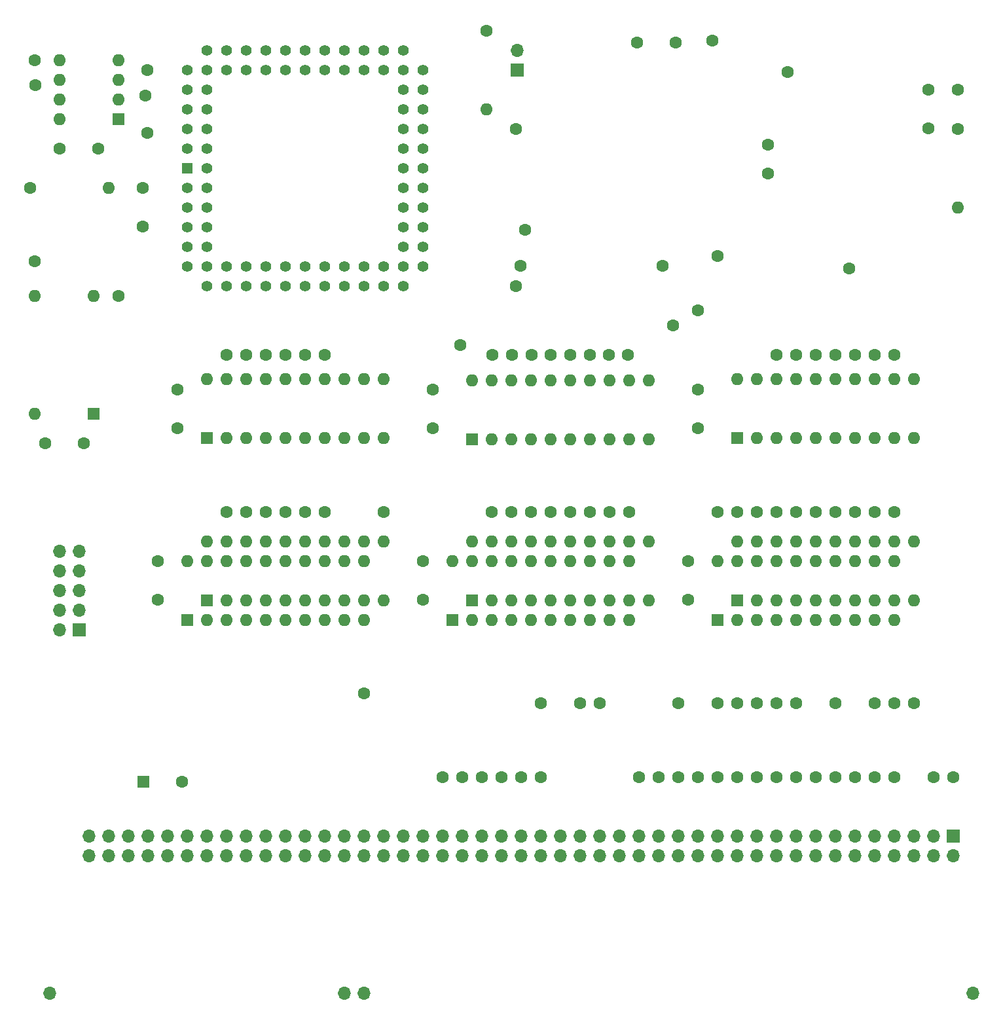
<source format=gbr>
%TF.GenerationSoftware,KiCad,Pcbnew,8.0.8*%
%TF.CreationDate,2025-01-29T20:38:51+01:00*%
%TF.ProjectId,DECPROMEM,44454350-524f-44d4-954d-2e6b69636164,rev?*%
%TF.SameCoordinates,Original*%
%TF.FileFunction,Soldermask,Bot*%
%TF.FilePolarity,Negative*%
%FSLAX46Y46*%
G04 Gerber Fmt 4.6, Leading zero omitted, Abs format (unit mm)*
G04 Created by KiCad (PCBNEW 8.0.8) date 2025-01-29 20:38:51*
%MOMM*%
%LPD*%
G01*
G04 APERTURE LIST*
%ADD10R,1.600000X1.600000*%
%ADD11O,1.600000X1.600000*%
%ADD12C,1.600000*%
%ADD13O,1.700000X1.700000*%
%ADD14R,1.700000X1.700000*%
%ADD15R,1.422400X1.422400*%
%ADD16C,1.422400*%
G04 APERTURE END LIST*
D10*
%TO.C,X1*%
X280035000Y-166370000D03*
D11*
X280035000Y-151130000D03*
X272415000Y-151130000D03*
X272415000Y-166370000D03*
%TD*%
D12*
%TO.C,J99*%
X346659200Y-158750000D03*
%TD*%
%TO.C,J105*%
X307340000Y-158750000D03*
%TD*%
%TO.C,J42*%
X375920000Y-179070000D03*
%TD*%
%TO.C,J84*%
X286969200Y-121920000D03*
%TD*%
%TO.C,J45*%
X383540000Y-179070000D03*
%TD*%
%TO.C,J23*%
X337820000Y-213360000D03*
%TD*%
%TO.C,J83*%
X272415000Y-120650000D03*
%TD*%
%TO.C,J17*%
X383540000Y-203835000D03*
%TD*%
%TO.C,J27*%
X365760000Y-203835000D03*
%TD*%
D10*
%TO.C,U6*%
X294640000Y-190500000D03*
D11*
X297180000Y-190500000D03*
X299720000Y-190500000D03*
X302260000Y-190500000D03*
X304800000Y-190500000D03*
X307340000Y-190500000D03*
X309880000Y-190500000D03*
X312420000Y-190500000D03*
X314960000Y-190500000D03*
X317500000Y-190500000D03*
X317500000Y-182880000D03*
X314960000Y-182880000D03*
X312420000Y-182880000D03*
X309880000Y-182880000D03*
X307340000Y-182880000D03*
X304800000Y-182880000D03*
X302260000Y-182880000D03*
X299720000Y-182880000D03*
X297180000Y-182880000D03*
X294640000Y-182880000D03*
%TD*%
D12*
%TO.C,J79*%
X367233200Y-135331200D03*
%TD*%
%TO.C,J56*%
X302260000Y-179070000D03*
%TD*%
%TO.C,J24*%
X375920000Y-203835000D03*
%TD*%
%TO.C,J94*%
X334086200Y-158750000D03*
%TD*%
%TO.C,J73*%
X334645000Y-129540000D03*
%TD*%
%TO.C,J80*%
X286715200Y-125222000D03*
%TD*%
%TO.C,J6*%
X360680000Y-213360000D03*
%TD*%
%TO.C,C11*%
X322580000Y-185420000D03*
X322580000Y-190420000D03*
%TD*%
%TO.C,J54*%
X297180000Y-179070000D03*
%TD*%
%TO.C,J87*%
X370840000Y-158750000D03*
%TD*%
%TO.C,J21*%
X332740000Y-213360000D03*
%TD*%
D10*
%TO.C,U8*%
X294640000Y-169545000D03*
D11*
X297180000Y-169545000D03*
X299720000Y-169545000D03*
X302260000Y-169545000D03*
X304800000Y-169545000D03*
X307340000Y-169545000D03*
X309880000Y-169545000D03*
X312420000Y-169545000D03*
X314960000Y-169545000D03*
X317500000Y-169545000D03*
X317500000Y-161925000D03*
X314960000Y-161925000D03*
X312420000Y-161925000D03*
X309880000Y-161925000D03*
X307340000Y-161925000D03*
X304800000Y-161925000D03*
X302260000Y-161925000D03*
X299720000Y-161925000D03*
X297180000Y-161925000D03*
X294640000Y-161925000D03*
%TD*%
D12*
%TO.C,J31*%
X345440000Y-203835000D03*
%TD*%
%TO.C,J9*%
X368300000Y-213360000D03*
%TD*%
%TO.C,J97*%
X341604600Y-158750000D03*
%TD*%
%TO.C,J50*%
X341630000Y-179070000D03*
%TD*%
%TO.C,J52*%
X346710000Y-179070000D03*
%TD*%
%TO.C,J92*%
X383540000Y-158750000D03*
%TD*%
%TO.C,J69*%
X354965000Y-154940000D03*
%TD*%
%TO.C,J4*%
X355600000Y-213360000D03*
%TD*%
%TO.C,J41*%
X373380000Y-179070000D03*
%TD*%
%TO.C,J19*%
X327660000Y-213360000D03*
%TD*%
%TO.C,J36*%
X283210000Y-151130000D03*
%TD*%
%TO.C,C10*%
X286385000Y-137200000D03*
X286385000Y-142200000D03*
%TD*%
%TO.C,J29*%
X360680000Y-203835000D03*
%TD*%
%TO.C,J26*%
X368300000Y-203835000D03*
%TD*%
%TO.C,J15*%
X383540000Y-213360000D03*
%TD*%
%TO.C,J8*%
X365760000Y-213360000D03*
%TD*%
%TO.C,J93*%
X331597000Y-158750000D03*
%TD*%
%TO.C,J63*%
X317500000Y-179070000D03*
%TD*%
%TO.C,J43*%
X378460000Y-179070000D03*
%TD*%
%TO.C,J40*%
X370840000Y-179070000D03*
%TD*%
%TO.C,J65*%
X377698000Y-147624800D03*
%TD*%
%TO.C,J66*%
X360680000Y-145999200D03*
%TD*%
D10*
%TO.C,U2*%
X292100000Y-193040000D03*
D11*
X294640000Y-193040000D03*
X297180000Y-193040000D03*
X299720000Y-193040000D03*
X302260000Y-193040000D03*
X304800000Y-193040000D03*
X307340000Y-193040000D03*
X309880000Y-193040000D03*
X312420000Y-193040000D03*
X314960000Y-193040000D03*
X314960000Y-185420000D03*
X312420000Y-185420000D03*
X309880000Y-185420000D03*
X307340000Y-185420000D03*
X304800000Y-185420000D03*
X302260000Y-185420000D03*
X299720000Y-185420000D03*
X297180000Y-185420000D03*
X294640000Y-185420000D03*
X292100000Y-185420000D03*
%TD*%
D12*
%TO.C,J82*%
X272440400Y-123901200D03*
%TD*%
%TO.C,J30*%
X355600000Y-203835000D03*
%TD*%
%TO.C,J95*%
X336600800Y-158750000D03*
%TD*%
%TO.C,J5*%
X358140000Y-213360000D03*
%TD*%
%TO.C,J3*%
X353060000Y-213360000D03*
%TD*%
%TO.C,J20*%
X330200000Y-213360000D03*
%TD*%
D10*
%TO.C,C12*%
X286465000Y-213995000D03*
D12*
X291465000Y-213995000D03*
%TD*%
%TO.C,J37*%
X391795000Y-124460000D03*
%TD*%
%TO.C,R1*%
X330835000Y-116840000D03*
D11*
X330835000Y-127000000D03*
%TD*%
D12*
%TO.C,J53*%
X349250000Y-179070000D03*
%TD*%
%TO.C,J38*%
X365760000Y-179070000D03*
%TD*%
%TO.C,J88*%
X373380000Y-158750000D03*
%TD*%
%TO.C,J90*%
X378460000Y-158750000D03*
%TD*%
D10*
%TO.C,U10*%
X283210000Y-128270000D03*
D11*
X283210000Y-125730000D03*
X283210000Y-123190000D03*
X283210000Y-120650000D03*
X275590000Y-120650000D03*
X275590000Y-123190000D03*
X275590000Y-125730000D03*
X275590000Y-128270000D03*
%TD*%
D12*
%TO.C,J86*%
X368300000Y-158750000D03*
%TD*%
%TO.C,J100*%
X349123000Y-158750000D03*
%TD*%
%TO.C,J81*%
X286969200Y-130098800D03*
%TD*%
%TO.C,J33*%
X337820000Y-203835000D03*
%TD*%
%TO.C,J34*%
X391160000Y-213360000D03*
%TD*%
%TO.C,C8*%
X323850000Y-163235000D03*
X323850000Y-168235000D03*
%TD*%
%TO.C,J59*%
X309880000Y-179070000D03*
%TD*%
%TO.C,C6*%
X356870000Y-185460000D03*
X356870000Y-190460000D03*
%TD*%
%TO.C,J106*%
X309880000Y-158750000D03*
%TD*%
D10*
%TO.C,U5*%
X363220000Y-190500000D03*
D11*
X365760000Y-190500000D03*
X368300000Y-190500000D03*
X370840000Y-190500000D03*
X373380000Y-190500000D03*
X375920000Y-190500000D03*
X378460000Y-190500000D03*
X381000000Y-190500000D03*
X383540000Y-190500000D03*
X386080000Y-190500000D03*
X386080000Y-182880000D03*
X383540000Y-182880000D03*
X381000000Y-182880000D03*
X378460000Y-182880000D03*
X375920000Y-182880000D03*
X373380000Y-182880000D03*
X370840000Y-182880000D03*
X368300000Y-182880000D03*
X365760000Y-182880000D03*
X363220000Y-182880000D03*
%TD*%
D12*
%TO.C,J103*%
X302260000Y-158750000D03*
%TD*%
%TO.C,J32*%
X342900000Y-203835000D03*
%TD*%
%TO.C,C9*%
X273725000Y-170180000D03*
X278725000Y-170180000D03*
%TD*%
%TO.C,C4*%
X387985000Y-129460000D03*
X387985000Y-124460000D03*
%TD*%
%TO.C,J71*%
X363220000Y-179070000D03*
%TD*%
%TO.C,J76*%
X334645000Y-149860000D03*
%TD*%
%TO.C,J96*%
X339090000Y-158750000D03*
%TD*%
%TO.C,J72*%
X272415000Y-146685000D03*
%TD*%
%TO.C,J67*%
X335788000Y-142621000D03*
%TD*%
D10*
%TO.C,U4*%
X326390000Y-193040000D03*
D11*
X328930000Y-193040000D03*
X331470000Y-193040000D03*
X334010000Y-193040000D03*
X336550000Y-193040000D03*
X339090000Y-193040000D03*
X341630000Y-193040000D03*
X344170000Y-193040000D03*
X346710000Y-193040000D03*
X349250000Y-193040000D03*
X349250000Y-185420000D03*
X346710000Y-185420000D03*
X344170000Y-185420000D03*
X341630000Y-185420000D03*
X339090000Y-185420000D03*
X336550000Y-185420000D03*
X334010000Y-185420000D03*
X331470000Y-185420000D03*
X328930000Y-185420000D03*
X326390000Y-185420000D03*
%TD*%
D12*
%TO.C,R3*%
X271780000Y-137160000D03*
D11*
X281940000Y-137160000D03*
%TD*%
D12*
%TO.C,J91*%
X381000000Y-158750000D03*
%TD*%
%TO.C,C2*%
X358140000Y-163235000D03*
X358140000Y-168235000D03*
%TD*%
%TO.C,J55*%
X299720000Y-179070000D03*
%TD*%
%TO.C,J78*%
X353568000Y-147218400D03*
%TD*%
%TO.C,J39*%
X368300000Y-179070000D03*
%TD*%
D13*
%TO.C,J1*%
X393700000Y-241300000D03*
X314960000Y-241300000D03*
X312420000Y-241300000D03*
X274320000Y-241300000D03*
D14*
X391160000Y-220980000D03*
D13*
X391160000Y-223520000D03*
X388620000Y-220980000D03*
X388620000Y-223520000D03*
X386080000Y-220980000D03*
X386080000Y-223520000D03*
X383540000Y-220980000D03*
X383540000Y-223520000D03*
X381000000Y-220980000D03*
X381000000Y-223520000D03*
X378460000Y-220980000D03*
X378460000Y-223520000D03*
X375920000Y-220980000D03*
X375920000Y-223520000D03*
X373380000Y-220980000D03*
X373380000Y-223520000D03*
X370840000Y-220980000D03*
X370840000Y-223520000D03*
X368300000Y-220980000D03*
X368300000Y-223520000D03*
X365760000Y-220980000D03*
X365760000Y-223520000D03*
X363220000Y-220980000D03*
X363220000Y-223520000D03*
X360680000Y-220980000D03*
X360680000Y-223520000D03*
X358140000Y-220980000D03*
X358140000Y-223520000D03*
X355600000Y-220980000D03*
X355600000Y-223520000D03*
X353060000Y-220980000D03*
X353060000Y-223520000D03*
X350520000Y-220980000D03*
X350520000Y-223520000D03*
X347980000Y-220980000D03*
X347980000Y-223520000D03*
X345440000Y-220980000D03*
X345440000Y-223520000D03*
X342900000Y-220980000D03*
X342900000Y-223520000D03*
X340360000Y-220980000D03*
X340360000Y-223520000D03*
X337820000Y-220980000D03*
X337820000Y-223520000D03*
X335280000Y-220980000D03*
X335280000Y-223520000D03*
X332740000Y-220980000D03*
X332740000Y-223520000D03*
X330200000Y-220980000D03*
X330200000Y-223520000D03*
X327660000Y-220980000D03*
X327660000Y-223520000D03*
X325120000Y-220980000D03*
X325120000Y-223520000D03*
X322580000Y-220980000D03*
X322580000Y-223520000D03*
X320040000Y-220980000D03*
X320040000Y-223520000D03*
X317500000Y-220980000D03*
X317500000Y-223520000D03*
X314960000Y-220980000D03*
X314960000Y-223520000D03*
X312420000Y-220980000D03*
X312420000Y-223520000D03*
X309880000Y-220980000D03*
X309880000Y-223520000D03*
X307340000Y-220980000D03*
X307340000Y-223520000D03*
X304800000Y-220980000D03*
X304800000Y-223520000D03*
X302260000Y-220980000D03*
X302260000Y-223520000D03*
X299720000Y-220980000D03*
X299720000Y-223520000D03*
X297180000Y-220980000D03*
X297180000Y-223520000D03*
X294640000Y-220980000D03*
X294640000Y-223520000D03*
X292100000Y-220980000D03*
X292100000Y-223520000D03*
X289560000Y-220980000D03*
X289560000Y-223520000D03*
X287020000Y-220980000D03*
X287020000Y-223520000D03*
X284480000Y-220980000D03*
X284480000Y-223520000D03*
X281940000Y-220980000D03*
X281940000Y-223520000D03*
X279400000Y-220980000D03*
X279400000Y-223520000D03*
%TD*%
D10*
%TO.C,U7*%
X363220000Y-169545000D03*
D11*
X365760000Y-169545000D03*
X368300000Y-169545000D03*
X370840000Y-169545000D03*
X373380000Y-169545000D03*
X375920000Y-169545000D03*
X378460000Y-169545000D03*
X381000000Y-169545000D03*
X383540000Y-169545000D03*
X386080000Y-169545000D03*
X386080000Y-161925000D03*
X383540000Y-161925000D03*
X381000000Y-161925000D03*
X378460000Y-161925000D03*
X375920000Y-161925000D03*
X373380000Y-161925000D03*
X370840000Y-161925000D03*
X368300000Y-161925000D03*
X365760000Y-161925000D03*
X363220000Y-161925000D03*
%TD*%
D12*
%TO.C,J77*%
X358140000Y-153035000D03*
%TD*%
%TO.C,J102*%
X299720000Y-158750000D03*
%TD*%
%TO.C,J14*%
X381000000Y-213360000D03*
%TD*%
%TO.C,J47*%
X334010000Y-179070000D03*
%TD*%
%TO.C,J101*%
X297180000Y-158750000D03*
%TD*%
%TO.C,J16*%
X381000000Y-203835000D03*
%TD*%
%TO.C,J48*%
X336550000Y-179070000D03*
%TD*%
%TO.C,J25*%
X370840000Y-203835000D03*
%TD*%
%TO.C,J44*%
X381000000Y-179070000D03*
%TD*%
D10*
%TO.C,U9*%
X328930000Y-169672000D03*
D11*
X331470000Y-169672000D03*
X334010000Y-169672000D03*
X336550000Y-169672000D03*
X339090000Y-169672000D03*
X341630000Y-169672000D03*
X344170000Y-169672000D03*
X346710000Y-169672000D03*
X349250000Y-169672000D03*
X351790000Y-169672000D03*
X351790000Y-162052000D03*
X349250000Y-162052000D03*
X346710000Y-162052000D03*
X344170000Y-162052000D03*
X341630000Y-162052000D03*
X339090000Y-162052000D03*
X336550000Y-162052000D03*
X334010000Y-162052000D03*
X331470000Y-162052000D03*
X328930000Y-162052000D03*
%TD*%
D12*
%TO.C,J58*%
X307340000Y-179070000D03*
%TD*%
%TO.C,J68*%
X367182400Y-131572000D03*
%TD*%
%TO.C,J18*%
X325120000Y-213360000D03*
%TD*%
%TO.C,J10*%
X370840000Y-213360000D03*
%TD*%
%TO.C,J46*%
X331470000Y-179070000D03*
%TD*%
D10*
%TO.C,U1*%
X360680000Y-193040000D03*
D11*
X363220000Y-193040000D03*
X365760000Y-193040000D03*
X368300000Y-193040000D03*
X370840000Y-193040000D03*
X373380000Y-193040000D03*
X375920000Y-193040000D03*
X378460000Y-193040000D03*
X381000000Y-193040000D03*
X383540000Y-193040000D03*
X383540000Y-185420000D03*
X381000000Y-185420000D03*
X378460000Y-185420000D03*
X375920000Y-185420000D03*
X373380000Y-185420000D03*
X370840000Y-185420000D03*
X368300000Y-185420000D03*
X365760000Y-185420000D03*
X363220000Y-185420000D03*
X360680000Y-185420000D03*
%TD*%
D12*
%TO.C,J89*%
X375920000Y-158750000D03*
%TD*%
%TO.C,C1*%
X290830000Y-163235000D03*
X290830000Y-168235000D03*
%TD*%
%TO.C,J13*%
X378460000Y-213360000D03*
%TD*%
%TO.C,C3*%
X275630000Y-132080000D03*
X280630000Y-132080000D03*
%TD*%
%TO.C,J51*%
X344170000Y-179070000D03*
%TD*%
D15*
%TO.C,U11*%
X292100000Y-134620000D03*
D16*
X294640000Y-134620000D03*
X292100000Y-137160000D03*
X294640000Y-137160000D03*
X292100000Y-139700000D03*
X294640000Y-139700000D03*
X292100000Y-142240000D03*
X294640000Y-142240000D03*
X292100000Y-144780000D03*
X294640000Y-144780000D03*
X292100000Y-147320000D03*
X294640000Y-149860000D03*
X294640000Y-147320000D03*
X297180000Y-149860000D03*
X297180000Y-147320000D03*
X299720000Y-149860000D03*
X299720000Y-147320000D03*
X302260000Y-149860000D03*
X302260000Y-147320000D03*
X304800000Y-149860000D03*
X304800000Y-147320000D03*
X307340000Y-149860000D03*
X307340000Y-147320000D03*
X309880000Y-149860000D03*
X309880000Y-147320000D03*
X312420000Y-149860000D03*
X312420000Y-147320000D03*
X314960000Y-149860000D03*
X314960000Y-147320000D03*
X317500000Y-149860000D03*
X317500000Y-147320000D03*
X320040000Y-149860000D03*
X322580000Y-147320000D03*
X320040000Y-147320000D03*
X322580000Y-144780000D03*
X320040000Y-144780000D03*
X322580000Y-142240000D03*
X320040000Y-142240000D03*
X322580000Y-139700000D03*
X320040000Y-139700000D03*
X322580000Y-137160000D03*
X320040000Y-137160000D03*
X322580000Y-134620000D03*
X320040000Y-134620000D03*
X322580000Y-132080000D03*
X320040000Y-132080000D03*
X322580000Y-129540000D03*
X320040000Y-129540000D03*
X322580000Y-127000000D03*
X320040000Y-127000000D03*
X322580000Y-124460000D03*
X320040000Y-124460000D03*
X322580000Y-121920000D03*
X320040000Y-119380000D03*
X320040000Y-121920000D03*
X317500000Y-119380000D03*
X317500000Y-121920000D03*
X314960000Y-119380000D03*
X314960000Y-121920000D03*
X312420000Y-119380000D03*
X312420000Y-121920000D03*
X309880000Y-119380000D03*
X309880000Y-121920000D03*
X307340000Y-119380000D03*
X307340000Y-121920000D03*
X304800000Y-119380000D03*
X304800000Y-121920000D03*
X302260000Y-119380000D03*
X302260000Y-121920000D03*
X299720000Y-119380000D03*
X299720000Y-121920000D03*
X297180000Y-119380000D03*
X297180000Y-121920000D03*
X294640000Y-119380000D03*
X292100000Y-121920000D03*
X294640000Y-121920000D03*
X292100000Y-124460000D03*
X294640000Y-124460000D03*
X292100000Y-127000000D03*
X294640000Y-127000000D03*
X292100000Y-129540000D03*
X294640000Y-129540000D03*
X292100000Y-132080000D03*
X294640000Y-132080000D03*
%TD*%
D12*
%TO.C,J11*%
X373380000Y-213360000D03*
%TD*%
%TO.C,J62*%
X314960000Y-202565000D03*
%TD*%
%TO.C,J74*%
X335229200Y-147218400D03*
%TD*%
%TO.C,R2*%
X391795000Y-129540000D03*
D11*
X391795000Y-139700000D03*
%TD*%
D14*
%TO.C,JP1*%
X334772000Y-121920000D03*
D13*
X334772000Y-119380000D03*
%TD*%
D12*
%TO.C,J70*%
X360680000Y-179070000D03*
%TD*%
%TO.C,J2*%
X350520000Y-213360000D03*
%TD*%
%TO.C,J61*%
X327406000Y-157480000D03*
%TD*%
%TO.C,J35*%
X388620000Y-213360000D03*
%TD*%
%TO.C,J22*%
X335280000Y-213360000D03*
%TD*%
%TO.C,J12*%
X375920000Y-213360000D03*
%TD*%
%TO.C,C5*%
X355266000Y-118364000D03*
X350266000Y-118364000D03*
%TD*%
%TO.C,J98*%
X344144600Y-158750000D03*
%TD*%
D14*
%TO.C,J60*%
X278130000Y-194310000D03*
D13*
X275590000Y-194310000D03*
X278130000Y-191770000D03*
X275590000Y-191770000D03*
X278130000Y-189230000D03*
X275590000Y-189230000D03*
X278130000Y-186690000D03*
X275590000Y-186690000D03*
X278130000Y-184150000D03*
X275590000Y-184150000D03*
%TD*%
D12*
%TO.C,J64*%
X360045000Y-118110000D03*
%TD*%
%TO.C,J28*%
X363220000Y-203835000D03*
%TD*%
%TO.C,J7*%
X363220000Y-213360000D03*
%TD*%
%TO.C,J49*%
X339090000Y-179070000D03*
%TD*%
%TO.C,J57*%
X304800000Y-179070000D03*
%TD*%
%TO.C,J85*%
X386080000Y-203835000D03*
%TD*%
%TO.C,J104*%
X304800000Y-158750000D03*
%TD*%
%TO.C,C7*%
X288290000Y-185460000D03*
X288290000Y-190460000D03*
%TD*%
D10*
%TO.C,U3*%
X328930000Y-190500000D03*
D11*
X331470000Y-190500000D03*
X334010000Y-190500000D03*
X336550000Y-190500000D03*
X339090000Y-190500000D03*
X341630000Y-190500000D03*
X344170000Y-190500000D03*
X346710000Y-190500000D03*
X349250000Y-190500000D03*
X351790000Y-190500000D03*
X351790000Y-182880000D03*
X349250000Y-182880000D03*
X346710000Y-182880000D03*
X344170000Y-182880000D03*
X341630000Y-182880000D03*
X339090000Y-182880000D03*
X336550000Y-182880000D03*
X334010000Y-182880000D03*
X331470000Y-182880000D03*
X328930000Y-182880000D03*
%TD*%
D12*
%TO.C,J75*%
X369773200Y-122224800D03*
%TD*%
M02*

</source>
